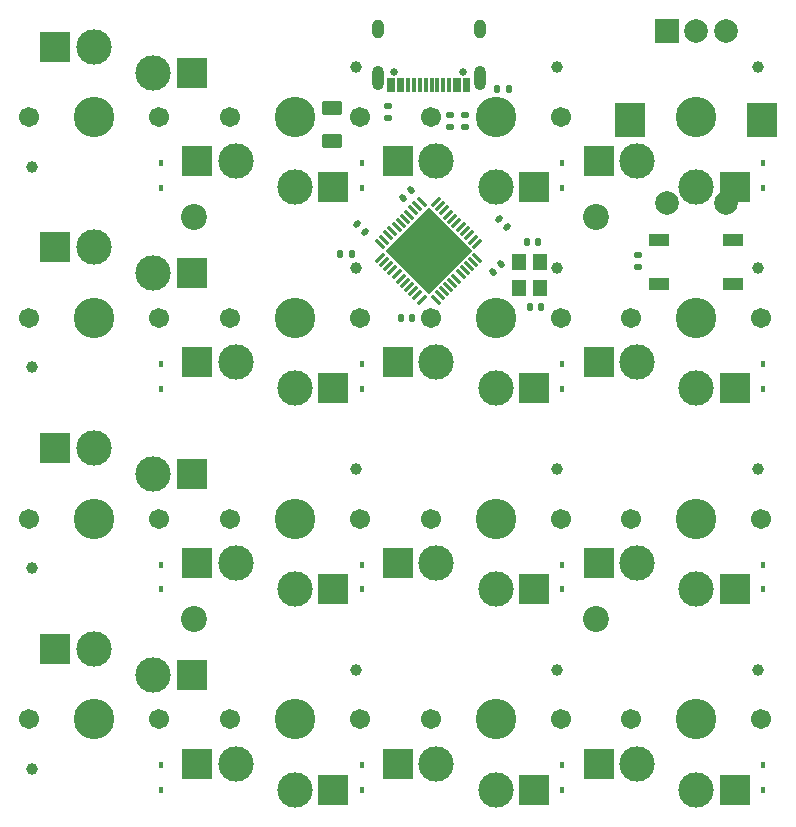
<source format=gbs>
G04 #@! TF.GenerationSoftware,KiCad,Pcbnew,(6.0.4-0)*
G04 #@! TF.CreationDate,2023-09-21T22:42:23-05:00*
G04 #@! TF.ProjectId,kowgary16_cfx,6b6f7767-6172-4793-9136-5f6366782e6b,rev?*
G04 #@! TF.SameCoordinates,Original*
G04 #@! TF.FileFunction,Soldermask,Bot*
G04 #@! TF.FilePolarity,Negative*
%FSLAX45Y45*%
G04 Gerber Fmt 4.5, Leading zero omitted, Abs format (unit mm)*
G04 Created by KiCad (PCBNEW (6.0.4-0)) date 2023-09-21 22:42:23*
%MOMM*%
%LPD*%
G01*
G04 APERTURE LIST*
G04 Aperture macros list*
%AMRoundRect*
0 Rectangle with rounded corners*
0 $1 Rounding radius*
0 $2 $3 $4 $5 $6 $7 $8 $9 X,Y pos of 4 corners*
0 Add a 4 corners polygon primitive as box body*
4,1,4,$2,$3,$4,$5,$6,$7,$8,$9,$2,$3,0*
0 Add four circle primitives for the rounded corners*
1,1,$1+$1,$2,$3*
1,1,$1+$1,$4,$5*
1,1,$1+$1,$6,$7*
1,1,$1+$1,$8,$9*
0 Add four rect primitives between the rounded corners*
20,1,$1+$1,$2,$3,$4,$5,0*
20,1,$1+$1,$4,$5,$6,$7,0*
20,1,$1+$1,$6,$7,$8,$9,0*
20,1,$1+$1,$8,$9,$2,$3,0*%
%AMRotRect*
0 Rectangle, with rotation*
0 The origin of the aperture is its center*
0 $1 length*
0 $2 width*
0 $3 Rotation angle, in degrees counterclockwise*
0 Add horizontal line*
21,1,$1,$2,0,0,$3*%
G04 Aperture macros list end*
%ADD10C,3.000000*%
%ADD11C,3.429000*%
%ADD12C,1.701800*%
%ADD13C,0.990600*%
%ADD14R,2.600000X2.600000*%
%ADD15R,0.450000X0.600000*%
%ADD16C,2.200000*%
%ADD17RoundRect,0.140000X0.219203X0.021213X0.021213X0.219203X-0.219203X-0.021213X-0.021213X-0.219203X0*%
%ADD18RoundRect,0.135000X-0.185000X0.135000X-0.185000X-0.135000X0.185000X-0.135000X0.185000X0.135000X0*%
%ADD19RoundRect,0.140000X0.021213X-0.219203X0.219203X-0.021213X-0.021213X0.219203X-0.219203X0.021213X0*%
%ADD20RoundRect,0.062500X0.291682X0.380070X-0.380070X-0.291682X-0.291682X-0.380070X0.380070X0.291682X0*%
%ADD21RoundRect,0.062500X-0.291682X0.380070X-0.380070X0.291682X0.291682X-0.380070X0.380070X-0.291682X0*%
%ADD22RotRect,5.200000X5.200000X225.000000*%
%ADD23RoundRect,0.140000X-0.140000X-0.170000X0.140000X-0.170000X0.140000X0.170000X-0.140000X0.170000X0*%
%ADD24R,1.200000X1.400000*%
%ADD25R,2.000000X2.000000*%
%ADD26C,2.000000*%
%ADD27R,2.500000X3.000000*%
%ADD28RoundRect,0.140000X-0.021213X0.219203X-0.219203X0.021213X0.021213X-0.219203X0.219203X-0.021213X0*%
%ADD29RoundRect,0.135000X0.135000X0.185000X-0.135000X0.185000X-0.135000X-0.185000X0.135000X-0.185000X0*%
%ADD30R,1.800000X1.100000*%
%ADD31RoundRect,0.135000X-0.135000X-0.185000X0.135000X-0.185000X0.135000X0.185000X-0.135000X0.185000X0*%
%ADD32RoundRect,0.140000X0.140000X0.170000X-0.140000X0.170000X-0.140000X-0.170000X0.140000X-0.170000X0*%
%ADD33C,0.650000*%
%ADD34R,0.300000X1.150000*%
%ADD35O,1.000000X2.100000*%
%ADD36O,1.000000X1.600000*%
%ADD37RoundRect,0.250000X-0.625000X0.375000X-0.625000X-0.375000X0.625000X-0.375000X0.625000X0.375000X0*%
%ADD38RoundRect,0.140000X-0.219203X-0.021213X-0.021213X-0.219203X0.219203X0.021213X0.021213X0.219203X0*%
G04 APERTURE END LIST*
D10*
G04 #@! TO.C,SW23*
X11687494Y-6332497D03*
D11*
X11687494Y-5737497D03*
D12*
X11137495Y-5737497D03*
D10*
X11187494Y-6112497D03*
D12*
X12237494Y-5737497D03*
D13*
X12209494Y-5317497D03*
D14*
X12014994Y-6332497D03*
X10859995Y-6112497D03*
G04 #@! TD*
D11*
G04 #@! TO.C,SW13*
X11687494Y-4037498D03*
D12*
X11137495Y-4037498D03*
D13*
X12209494Y-3617498D03*
D10*
X11187494Y-4412498D03*
D12*
X12237494Y-4037498D03*
D10*
X11687494Y-4632498D03*
D14*
X12014994Y-4632498D03*
X10859995Y-4412498D03*
G04 #@! TD*
D10*
G04 #@! TO.C,SW4*
X12887494Y-2712499D03*
X13387494Y-2932499D03*
D11*
X13387494Y-2337499D03*
D13*
X13909494Y-1917499D03*
D12*
X12837494Y-2337499D03*
X13937494Y-2337499D03*
D14*
X13714994Y-2932499D03*
X12559994Y-2712499D03*
G04 #@! TD*
D11*
G04 #@! TO.C,SW1*
X8287496Y-2337499D03*
D10*
X8287496Y-1742499D03*
X8787496Y-1962499D03*
D12*
X7737496Y-2337499D03*
X8837496Y-2337499D03*
D13*
X7765496Y-2757499D03*
D14*
X7959996Y-1742499D03*
X9114996Y-1962499D03*
G04 #@! TD*
D12*
G04 #@! TO.C,SW34*
X13937494Y-7437496D03*
D13*
X13909494Y-7017496D03*
D11*
X13387494Y-7437496D03*
D12*
X12837494Y-7437496D03*
D10*
X13387494Y-8032496D03*
X12887494Y-7812496D03*
D14*
X13714994Y-8032496D03*
X12559994Y-7812496D03*
G04 #@! TD*
D13*
G04 #@! TO.C,SW33*
X12209494Y-7017496D03*
D10*
X11187494Y-7812496D03*
D12*
X12237494Y-7437496D03*
D11*
X11687494Y-7437496D03*
D10*
X11687494Y-8032496D03*
D12*
X11137495Y-7437496D03*
D14*
X12014994Y-8032496D03*
X10859995Y-7812496D03*
G04 #@! TD*
D12*
G04 #@! TO.C,SW24*
X13937494Y-5737497D03*
D13*
X13909494Y-5317497D03*
D10*
X12887494Y-6112497D03*
D11*
X13387494Y-5737497D03*
D10*
X13387494Y-6332497D03*
D12*
X12837494Y-5737497D03*
D14*
X13714994Y-6332497D03*
X12559994Y-6112497D03*
G04 #@! TD*
D10*
G04 #@! TO.C,SW32*
X9987495Y-8032496D03*
X9487495Y-7812496D03*
D12*
X10537495Y-7437496D03*
D11*
X9987495Y-7437496D03*
D13*
X10509495Y-7017496D03*
D12*
X9437495Y-7437496D03*
D14*
X10314995Y-8032496D03*
X9159995Y-7812496D03*
G04 #@! TD*
D12*
G04 #@! TO.C,SW31*
X8837496Y-7437496D03*
D10*
X8787496Y-7062496D03*
D11*
X8287496Y-7437496D03*
D12*
X7737496Y-7437496D03*
D13*
X7765496Y-7857496D03*
D10*
X8287496Y-6842496D03*
D14*
X7959996Y-6842496D03*
X9114996Y-7062496D03*
G04 #@! TD*
D10*
G04 #@! TO.C,SW3*
X11687494Y-2932499D03*
D12*
X11137495Y-2337499D03*
D10*
X11187494Y-2712499D03*
D12*
X12237494Y-2337499D03*
D13*
X12209494Y-1917499D03*
D11*
X11687494Y-2337499D03*
D14*
X12014994Y-2932499D03*
X10859995Y-2712499D03*
G04 #@! TD*
D13*
G04 #@! TO.C,SW14*
X13909494Y-3617498D03*
D12*
X12837494Y-4037498D03*
X13937494Y-4037498D03*
D10*
X12887494Y-4412498D03*
D11*
X13387494Y-4037498D03*
D10*
X13387494Y-4632498D03*
D14*
X13714994Y-4632498D03*
X12559994Y-4412498D03*
G04 #@! TD*
D10*
G04 #@! TO.C,SW21*
X8787496Y-5362497D03*
X8287496Y-5142497D03*
D12*
X7737496Y-5737497D03*
X8837496Y-5737497D03*
D11*
X8287496Y-5737497D03*
D13*
X7765496Y-6157497D03*
D14*
X7959996Y-5142497D03*
X9114996Y-5362497D03*
G04 #@! TD*
D10*
G04 #@! TO.C,SW2*
X9487495Y-2712499D03*
D11*
X9987495Y-2337499D03*
D13*
X10509495Y-1917499D03*
D10*
X9987495Y-2932499D03*
D12*
X9437495Y-2337499D03*
X10537495Y-2337499D03*
D14*
X10314995Y-2932499D03*
X9159995Y-2712499D03*
G04 #@! TD*
D10*
G04 #@! TO.C,SW12*
X9487495Y-4412498D03*
D13*
X10509495Y-3617498D03*
D10*
X9987495Y-4632498D03*
D11*
X9987495Y-4037498D03*
D12*
X10537495Y-4037498D03*
X9437495Y-4037498D03*
D14*
X10314995Y-4632498D03*
X9159995Y-4412498D03*
G04 #@! TD*
D12*
G04 #@! TO.C,SW22*
X9437495Y-5737497D03*
D10*
X9987495Y-6332497D03*
D13*
X10509495Y-5317497D03*
D12*
X10537495Y-5737497D03*
D11*
X9987495Y-5737497D03*
D10*
X9487495Y-6112497D03*
D14*
X10314995Y-6332497D03*
X9159995Y-6112497D03*
G04 #@! TD*
D12*
G04 #@! TO.C,SW11*
X8837496Y-4037498D03*
X7737496Y-4037498D03*
D10*
X8787496Y-3662498D03*
D13*
X7765496Y-4457498D03*
D10*
X8287496Y-3442498D03*
D11*
X8287496Y-4037498D03*
D14*
X7959996Y-3442498D03*
X9114996Y-3662498D03*
G04 #@! TD*
D15*
G04 #@! TO.C,D31*
X8854163Y-7828330D03*
X8854163Y-8038330D03*
G04 #@! TD*
D16*
G04 #@! TO.C,H2*
X9137496Y-3187498D03*
G04 #@! TD*
D15*
G04 #@! TO.C,D34*
X13954160Y-7828330D03*
X13954160Y-8038330D03*
G04 #@! TD*
D17*
G04 #@! TO.C,C5*
X10583941Y-3308941D03*
X10516059Y-3241059D03*
G04 #@! TD*
D18*
G04 #@! TO.C,R4*
X11425000Y-2324000D03*
X11425000Y-2426000D03*
G04 #@! TD*
D15*
G04 #@! TO.C,D11*
X8854163Y-4428331D03*
X8854163Y-4638331D03*
G04 #@! TD*
G04 #@! TO.C,D22*
X10554162Y-6128330D03*
X10554162Y-6338330D03*
G04 #@! TD*
G04 #@! TO.C,D24*
X13954160Y-6128330D03*
X13954160Y-6338330D03*
G04 #@! TD*
D19*
G04 #@! TO.C,C4*
X11666059Y-3653941D03*
X11733941Y-3586059D03*
G04 #@! TD*
D20*
G04 #@! TO.C,U1*
X11180048Y-3058058D03*
X11215404Y-3093413D03*
X11250759Y-3128769D03*
X11286114Y-3164124D03*
X11321470Y-3199479D03*
X11356825Y-3234835D03*
X11392180Y-3270190D03*
X11427536Y-3305545D03*
X11462891Y-3340901D03*
X11498246Y-3376256D03*
X11533602Y-3411611D03*
D21*
X11533602Y-3530052D03*
X11498246Y-3565407D03*
X11462891Y-3600763D03*
X11427536Y-3636118D03*
X11392180Y-3671473D03*
X11356825Y-3706829D03*
X11321470Y-3742184D03*
X11286114Y-3777539D03*
X11250759Y-3812895D03*
X11215404Y-3848250D03*
X11180048Y-3883605D03*
D20*
X11061608Y-3883605D03*
X11026253Y-3848250D03*
X10990897Y-3812895D03*
X10955542Y-3777539D03*
X10920187Y-3742184D03*
X10884831Y-3706829D03*
X10849476Y-3671473D03*
X10814121Y-3636118D03*
X10778765Y-3600763D03*
X10743410Y-3565407D03*
X10708055Y-3530052D03*
D21*
X10708055Y-3411611D03*
X10743410Y-3376256D03*
X10778765Y-3340901D03*
X10814121Y-3305545D03*
X10849476Y-3270190D03*
X10884831Y-3234835D03*
X10920187Y-3199479D03*
X10955542Y-3164124D03*
X10990897Y-3128769D03*
X11026253Y-3093413D03*
X11061608Y-3058058D03*
D22*
X11120828Y-3470832D03*
G04 #@! TD*
D15*
G04 #@! TO.C,D4*
X13954160Y-2728332D03*
X13954160Y-2938332D03*
G04 #@! TD*
G04 #@! TO.C,D33*
X12254161Y-7828330D03*
X12254161Y-8038330D03*
G04 #@! TD*
G04 #@! TO.C,D21*
X8854163Y-6128330D03*
X8854163Y-6338330D03*
G04 #@! TD*
D23*
G04 #@! TO.C,C2*
X11952000Y-3400000D03*
X12048000Y-3400000D03*
G04 #@! TD*
D24*
G04 #@! TO.C,Y1*
X11890000Y-3785000D03*
X11890000Y-3565000D03*
X12060000Y-3565000D03*
X12060000Y-3785000D03*
G04 #@! TD*
D25*
G04 #@! TO.C,SW5*
X13137513Y-1612502D03*
D26*
X13637513Y-1612502D03*
X13387513Y-1612502D03*
D27*
X13947513Y-2362502D03*
X12827513Y-2362502D03*
D26*
X13137513Y-3062502D03*
X13637513Y-3062502D03*
G04 #@! TD*
D15*
G04 #@! TO.C,D32*
X10554162Y-7828330D03*
X10554162Y-8038330D03*
G04 #@! TD*
D18*
G04 #@! TO.C,R5*
X11300000Y-2324000D03*
X11300000Y-2426000D03*
G04 #@! TD*
D16*
G04 #@! TO.C,H4*
X12537494Y-6587497D03*
G04 #@! TD*
D15*
G04 #@! TO.C,D14*
X13954160Y-4428331D03*
X13954160Y-4638331D03*
G04 #@! TD*
D28*
G04 #@! TO.C,C7*
X10968941Y-2953559D03*
X10901059Y-3021441D03*
G04 #@! TD*
D29*
G04 #@! TO.C,R6*
X10476000Y-3500000D03*
X10374000Y-3500000D03*
G04 #@! TD*
D15*
G04 #@! TO.C,D13*
X12254161Y-4428331D03*
X12254161Y-4638331D03*
G04 #@! TD*
D30*
G04 #@! TO.C,B1*
X13694000Y-3382000D03*
X13074000Y-3382000D03*
X13694000Y-3752000D03*
X13074000Y-3752000D03*
G04 #@! TD*
D15*
G04 #@! TO.C,D1*
X8854163Y-2728332D03*
X8854163Y-2938332D03*
G04 #@! TD*
G04 #@! TO.C,D3*
X12254161Y-2728332D03*
X12254161Y-2938332D03*
G04 #@! TD*
D23*
G04 #@! TO.C,C6*
X10883162Y-4037498D03*
X10979162Y-4037498D03*
G04 #@! TD*
D31*
G04 #@! TO.C,R3*
X11699000Y-2100000D03*
X11801000Y-2100000D03*
G04 #@! TD*
D15*
G04 #@! TO.C,D23*
X12254161Y-6128330D03*
X12254161Y-6338330D03*
G04 #@! TD*
D32*
G04 #@! TO.C,C1*
X12073000Y-3950000D03*
X11977000Y-3950000D03*
G04 #@! TD*
D33*
G04 #@! TO.C,J1*
X10831828Y-1960499D03*
X11409828Y-1960499D03*
D34*
X10785828Y-2066999D03*
X10865828Y-2066999D03*
X10995828Y-2066999D03*
X11095828Y-2066999D03*
X11145828Y-2066999D03*
X11245828Y-2066999D03*
X11375828Y-2066999D03*
X11455828Y-2066999D03*
X11425828Y-2066999D03*
X11345828Y-2066999D03*
X11295828Y-2066999D03*
X11195828Y-2066999D03*
X11045828Y-2066999D03*
X10945828Y-2066999D03*
X10895828Y-2066999D03*
X10815828Y-2066999D03*
D35*
X10688828Y-2010499D03*
D36*
X10688828Y-1592499D03*
X11552828Y-1592499D03*
D35*
X11552828Y-2010499D03*
G04 #@! TD*
D15*
G04 #@! TO.C,D12*
X10554162Y-4428331D03*
X10554162Y-4638331D03*
G04 #@! TD*
D37*
G04 #@! TO.C,F1*
X10300000Y-2260000D03*
X10300000Y-2540000D03*
G04 #@! TD*
D16*
G04 #@! TO.C,H3*
X9137496Y-6587497D03*
G04 #@! TD*
D38*
G04 #@! TO.C,C3*
X11714059Y-3198059D03*
X11781941Y-3265941D03*
G04 #@! TD*
D18*
G04 #@! TO.C,R2*
X10775000Y-2248000D03*
X10775000Y-2350000D03*
G04 #@! TD*
G04 #@! TO.C,R1*
X12895000Y-3510000D03*
X12895000Y-3612000D03*
G04 #@! TD*
D16*
G04 #@! TO.C,H1*
X12537494Y-3187498D03*
G04 #@! TD*
D15*
G04 #@! TO.C,D2*
X10554162Y-2728332D03*
X10554162Y-2938332D03*
G04 #@! TD*
M02*

</source>
